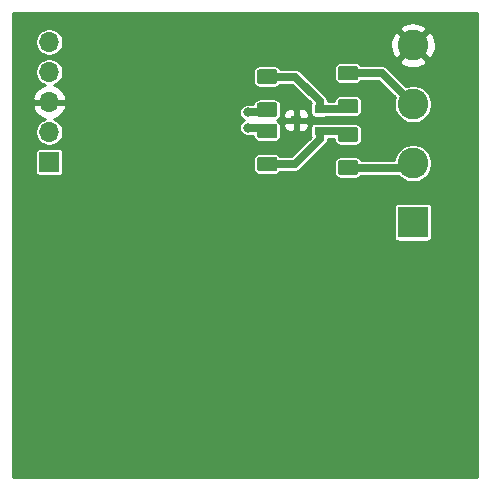
<source format=gbr>
G04 #@! TF.GenerationSoftware,KiCad,Pcbnew,(5.1.5)-3*
G04 #@! TF.CreationDate,2020-03-21T18:19:31+03:00*
G04 #@! TF.ProjectId,CAN+Power v0.1,43414e2b-506f-4776-9572-2076302e312e,rev?*
G04 #@! TF.SameCoordinates,Original*
G04 #@! TF.FileFunction,Copper,L2,Bot*
G04 #@! TF.FilePolarity,Positive*
%FSLAX46Y46*%
G04 Gerber Fmt 4.6, Leading zero omitted, Abs format (unit mm)*
G04 Created by KiCad (PCBNEW (5.1.5)-3) date 2020-03-21 18:19:31*
%MOMM*%
%LPD*%
G04 APERTURE LIST*
%ADD10C,0.100000*%
%ADD11R,0.900000X0.800000*%
%ADD12O,1.700000X1.700000*%
%ADD13R,1.700000X1.700000*%
%ADD14C,2.600000*%
%ADD15R,2.600000X2.600000*%
%ADD16C,0.800000*%
%ADD17C,0.700000*%
%ADD18C,0.250000*%
%ADD19C,0.500000*%
%ADD20C,0.254000*%
G04 APERTURE END LIST*
G04 #@! TA.AperFunction,SMDPad,CuDef*
D10*
G36*
X149349504Y-87836204D02*
G01*
X149373773Y-87839804D01*
X149397571Y-87845765D01*
X149420671Y-87854030D01*
X149442849Y-87864520D01*
X149463893Y-87877133D01*
X149483598Y-87891747D01*
X149501777Y-87908223D01*
X149518253Y-87926402D01*
X149532867Y-87946107D01*
X149545480Y-87967151D01*
X149555970Y-87989329D01*
X149564235Y-88012429D01*
X149570196Y-88036227D01*
X149573796Y-88060496D01*
X149575000Y-88085000D01*
X149575000Y-88835000D01*
X149573796Y-88859504D01*
X149570196Y-88883773D01*
X149564235Y-88907571D01*
X149555970Y-88930671D01*
X149545480Y-88952849D01*
X149532867Y-88973893D01*
X149518253Y-88993598D01*
X149501777Y-89011777D01*
X149483598Y-89028253D01*
X149463893Y-89042867D01*
X149442849Y-89055480D01*
X149420671Y-89065970D01*
X149397571Y-89074235D01*
X149373773Y-89080196D01*
X149349504Y-89083796D01*
X149325000Y-89085000D01*
X148075000Y-89085000D01*
X148050496Y-89083796D01*
X148026227Y-89080196D01*
X148002429Y-89074235D01*
X147979329Y-89065970D01*
X147957151Y-89055480D01*
X147936107Y-89042867D01*
X147916402Y-89028253D01*
X147898223Y-89011777D01*
X147881747Y-88993598D01*
X147867133Y-88973893D01*
X147854520Y-88952849D01*
X147844030Y-88930671D01*
X147835765Y-88907571D01*
X147829804Y-88883773D01*
X147826204Y-88859504D01*
X147825000Y-88835000D01*
X147825000Y-88085000D01*
X147826204Y-88060496D01*
X147829804Y-88036227D01*
X147835765Y-88012429D01*
X147844030Y-87989329D01*
X147854520Y-87967151D01*
X147867133Y-87946107D01*
X147881747Y-87926402D01*
X147898223Y-87908223D01*
X147916402Y-87891747D01*
X147936107Y-87877133D01*
X147957151Y-87864520D01*
X147979329Y-87854030D01*
X148002429Y-87845765D01*
X148026227Y-87839804D01*
X148050496Y-87836204D01*
X148075000Y-87835000D01*
X149325000Y-87835000D01*
X149349504Y-87836204D01*
G37*
G04 #@! TD.AperFunction*
G04 #@! TA.AperFunction,SMDPad,CuDef*
G36*
X149349504Y-85036204D02*
G01*
X149373773Y-85039804D01*
X149397571Y-85045765D01*
X149420671Y-85054030D01*
X149442849Y-85064520D01*
X149463893Y-85077133D01*
X149483598Y-85091747D01*
X149501777Y-85108223D01*
X149518253Y-85126402D01*
X149532867Y-85146107D01*
X149545480Y-85167151D01*
X149555970Y-85189329D01*
X149564235Y-85212429D01*
X149570196Y-85236227D01*
X149573796Y-85260496D01*
X149575000Y-85285000D01*
X149575000Y-86035000D01*
X149573796Y-86059504D01*
X149570196Y-86083773D01*
X149564235Y-86107571D01*
X149555970Y-86130671D01*
X149545480Y-86152849D01*
X149532867Y-86173893D01*
X149518253Y-86193598D01*
X149501777Y-86211777D01*
X149483598Y-86228253D01*
X149463893Y-86242867D01*
X149442849Y-86255480D01*
X149420671Y-86265970D01*
X149397571Y-86274235D01*
X149373773Y-86280196D01*
X149349504Y-86283796D01*
X149325000Y-86285000D01*
X148075000Y-86285000D01*
X148050496Y-86283796D01*
X148026227Y-86280196D01*
X148002429Y-86274235D01*
X147979329Y-86265970D01*
X147957151Y-86255480D01*
X147936107Y-86242867D01*
X147916402Y-86228253D01*
X147898223Y-86211777D01*
X147881747Y-86193598D01*
X147867133Y-86173893D01*
X147854520Y-86152849D01*
X147844030Y-86130671D01*
X147835765Y-86107571D01*
X147829804Y-86083773D01*
X147826204Y-86059504D01*
X147825000Y-86035000D01*
X147825000Y-85285000D01*
X147826204Y-85260496D01*
X147829804Y-85236227D01*
X147835765Y-85212429D01*
X147844030Y-85189329D01*
X147854520Y-85167151D01*
X147867133Y-85146107D01*
X147881747Y-85126402D01*
X147898223Y-85108223D01*
X147916402Y-85091747D01*
X147936107Y-85077133D01*
X147957151Y-85064520D01*
X147979329Y-85054030D01*
X148002429Y-85045765D01*
X148026227Y-85039804D01*
X148050496Y-85036204D01*
X148075000Y-85035000D01*
X149325000Y-85035000D01*
X149349504Y-85036204D01*
G37*
G04 #@! TD.AperFunction*
G04 #@! TA.AperFunction,SMDPad,CuDef*
G36*
X149349504Y-82636204D02*
G01*
X149373773Y-82639804D01*
X149397571Y-82645765D01*
X149420671Y-82654030D01*
X149442849Y-82664520D01*
X149463893Y-82677133D01*
X149483598Y-82691747D01*
X149501777Y-82708223D01*
X149518253Y-82726402D01*
X149532867Y-82746107D01*
X149545480Y-82767151D01*
X149555970Y-82789329D01*
X149564235Y-82812429D01*
X149570196Y-82836227D01*
X149573796Y-82860496D01*
X149575000Y-82885000D01*
X149575000Y-83635000D01*
X149573796Y-83659504D01*
X149570196Y-83683773D01*
X149564235Y-83707571D01*
X149555970Y-83730671D01*
X149545480Y-83752849D01*
X149532867Y-83773893D01*
X149518253Y-83793598D01*
X149501777Y-83811777D01*
X149483598Y-83828253D01*
X149463893Y-83842867D01*
X149442849Y-83855480D01*
X149420671Y-83865970D01*
X149397571Y-83874235D01*
X149373773Y-83880196D01*
X149349504Y-83883796D01*
X149325000Y-83885000D01*
X148075000Y-83885000D01*
X148050496Y-83883796D01*
X148026227Y-83880196D01*
X148002429Y-83874235D01*
X147979329Y-83865970D01*
X147957151Y-83855480D01*
X147936107Y-83842867D01*
X147916402Y-83828253D01*
X147898223Y-83811777D01*
X147881747Y-83793598D01*
X147867133Y-83773893D01*
X147854520Y-83752849D01*
X147844030Y-83730671D01*
X147835765Y-83707571D01*
X147829804Y-83683773D01*
X147826204Y-83659504D01*
X147825000Y-83635000D01*
X147825000Y-82885000D01*
X147826204Y-82860496D01*
X147829804Y-82836227D01*
X147835765Y-82812429D01*
X147844030Y-82789329D01*
X147854520Y-82767151D01*
X147867133Y-82746107D01*
X147881747Y-82726402D01*
X147898223Y-82708223D01*
X147916402Y-82691747D01*
X147936107Y-82677133D01*
X147957151Y-82664520D01*
X147979329Y-82654030D01*
X148002429Y-82645765D01*
X148026227Y-82639804D01*
X148050496Y-82636204D01*
X148075000Y-82635000D01*
X149325000Y-82635000D01*
X149349504Y-82636204D01*
G37*
G04 #@! TD.AperFunction*
G04 #@! TA.AperFunction,SMDPad,CuDef*
G36*
X149349504Y-79836204D02*
G01*
X149373773Y-79839804D01*
X149397571Y-79845765D01*
X149420671Y-79854030D01*
X149442849Y-79864520D01*
X149463893Y-79877133D01*
X149483598Y-79891747D01*
X149501777Y-79908223D01*
X149518253Y-79926402D01*
X149532867Y-79946107D01*
X149545480Y-79967151D01*
X149555970Y-79989329D01*
X149564235Y-80012429D01*
X149570196Y-80036227D01*
X149573796Y-80060496D01*
X149575000Y-80085000D01*
X149575000Y-80835000D01*
X149573796Y-80859504D01*
X149570196Y-80883773D01*
X149564235Y-80907571D01*
X149555970Y-80930671D01*
X149545480Y-80952849D01*
X149532867Y-80973893D01*
X149518253Y-80993598D01*
X149501777Y-81011777D01*
X149483598Y-81028253D01*
X149463893Y-81042867D01*
X149442849Y-81055480D01*
X149420671Y-81065970D01*
X149397571Y-81074235D01*
X149373773Y-81080196D01*
X149349504Y-81083796D01*
X149325000Y-81085000D01*
X148075000Y-81085000D01*
X148050496Y-81083796D01*
X148026227Y-81080196D01*
X148002429Y-81074235D01*
X147979329Y-81065970D01*
X147957151Y-81055480D01*
X147936107Y-81042867D01*
X147916402Y-81028253D01*
X147898223Y-81011777D01*
X147881747Y-80993598D01*
X147867133Y-80973893D01*
X147854520Y-80952849D01*
X147844030Y-80930671D01*
X147835765Y-80907571D01*
X147829804Y-80883773D01*
X147826204Y-80859504D01*
X147825000Y-80835000D01*
X147825000Y-80085000D01*
X147826204Y-80060496D01*
X147829804Y-80036227D01*
X147835765Y-80012429D01*
X147844030Y-79989329D01*
X147854520Y-79967151D01*
X147867133Y-79946107D01*
X147881747Y-79926402D01*
X147898223Y-79908223D01*
X147916402Y-79891747D01*
X147936107Y-79877133D01*
X147957151Y-79864520D01*
X147979329Y-79854030D01*
X148002429Y-79845765D01*
X148026227Y-79839804D01*
X148050496Y-79836204D01*
X148075000Y-79835000D01*
X149325000Y-79835000D01*
X149349504Y-79836204D01*
G37*
G04 #@! TD.AperFunction*
D11*
X144300000Y-84450000D03*
X146300000Y-85400000D03*
X146300000Y-83500000D03*
G04 #@! TA.AperFunction,SMDPad,CuDef*
D10*
G36*
X142499504Y-84736204D02*
G01*
X142523773Y-84739804D01*
X142547571Y-84745765D01*
X142570671Y-84754030D01*
X142592849Y-84764520D01*
X142613893Y-84777133D01*
X142633598Y-84791747D01*
X142651777Y-84808223D01*
X142668253Y-84826402D01*
X142682867Y-84846107D01*
X142695480Y-84867151D01*
X142705970Y-84889329D01*
X142714235Y-84912429D01*
X142720196Y-84936227D01*
X142723796Y-84960496D01*
X142725000Y-84985000D01*
X142725000Y-85735000D01*
X142723796Y-85759504D01*
X142720196Y-85783773D01*
X142714235Y-85807571D01*
X142705970Y-85830671D01*
X142695480Y-85852849D01*
X142682867Y-85873893D01*
X142668253Y-85893598D01*
X142651777Y-85911777D01*
X142633598Y-85928253D01*
X142613893Y-85942867D01*
X142592849Y-85955480D01*
X142570671Y-85965970D01*
X142547571Y-85974235D01*
X142523773Y-85980196D01*
X142499504Y-85983796D01*
X142475000Y-85985000D01*
X141225000Y-85985000D01*
X141200496Y-85983796D01*
X141176227Y-85980196D01*
X141152429Y-85974235D01*
X141129329Y-85965970D01*
X141107151Y-85955480D01*
X141086107Y-85942867D01*
X141066402Y-85928253D01*
X141048223Y-85911777D01*
X141031747Y-85893598D01*
X141017133Y-85873893D01*
X141004520Y-85852849D01*
X140994030Y-85830671D01*
X140985765Y-85807571D01*
X140979804Y-85783773D01*
X140976204Y-85759504D01*
X140975000Y-85735000D01*
X140975000Y-84985000D01*
X140976204Y-84960496D01*
X140979804Y-84936227D01*
X140985765Y-84912429D01*
X140994030Y-84889329D01*
X141004520Y-84867151D01*
X141017133Y-84846107D01*
X141031747Y-84826402D01*
X141048223Y-84808223D01*
X141066402Y-84791747D01*
X141086107Y-84777133D01*
X141107151Y-84764520D01*
X141129329Y-84754030D01*
X141152429Y-84745765D01*
X141176227Y-84739804D01*
X141200496Y-84736204D01*
X141225000Y-84735000D01*
X142475000Y-84735000D01*
X142499504Y-84736204D01*
G37*
G04 #@! TD.AperFunction*
G04 #@! TA.AperFunction,SMDPad,CuDef*
G36*
X142499504Y-87536204D02*
G01*
X142523773Y-87539804D01*
X142547571Y-87545765D01*
X142570671Y-87554030D01*
X142592849Y-87564520D01*
X142613893Y-87577133D01*
X142633598Y-87591747D01*
X142651777Y-87608223D01*
X142668253Y-87626402D01*
X142682867Y-87646107D01*
X142695480Y-87667151D01*
X142705970Y-87689329D01*
X142714235Y-87712429D01*
X142720196Y-87736227D01*
X142723796Y-87760496D01*
X142725000Y-87785000D01*
X142725000Y-88535000D01*
X142723796Y-88559504D01*
X142720196Y-88583773D01*
X142714235Y-88607571D01*
X142705970Y-88630671D01*
X142695480Y-88652849D01*
X142682867Y-88673893D01*
X142668253Y-88693598D01*
X142651777Y-88711777D01*
X142633598Y-88728253D01*
X142613893Y-88742867D01*
X142592849Y-88755480D01*
X142570671Y-88765970D01*
X142547571Y-88774235D01*
X142523773Y-88780196D01*
X142499504Y-88783796D01*
X142475000Y-88785000D01*
X141225000Y-88785000D01*
X141200496Y-88783796D01*
X141176227Y-88780196D01*
X141152429Y-88774235D01*
X141129329Y-88765970D01*
X141107151Y-88755480D01*
X141086107Y-88742867D01*
X141066402Y-88728253D01*
X141048223Y-88711777D01*
X141031747Y-88693598D01*
X141017133Y-88673893D01*
X141004520Y-88652849D01*
X140994030Y-88630671D01*
X140985765Y-88607571D01*
X140979804Y-88583773D01*
X140976204Y-88559504D01*
X140975000Y-88535000D01*
X140975000Y-87785000D01*
X140976204Y-87760496D01*
X140979804Y-87736227D01*
X140985765Y-87712429D01*
X140994030Y-87689329D01*
X141004520Y-87667151D01*
X141017133Y-87646107D01*
X141031747Y-87626402D01*
X141048223Y-87608223D01*
X141066402Y-87591747D01*
X141086107Y-87577133D01*
X141107151Y-87564520D01*
X141129329Y-87554030D01*
X141152429Y-87545765D01*
X141176227Y-87539804D01*
X141200496Y-87536204D01*
X141225000Y-87535000D01*
X142475000Y-87535000D01*
X142499504Y-87536204D01*
G37*
G04 #@! TD.AperFunction*
G04 #@! TA.AperFunction,SMDPad,CuDef*
G36*
X142499504Y-80136204D02*
G01*
X142523773Y-80139804D01*
X142547571Y-80145765D01*
X142570671Y-80154030D01*
X142592849Y-80164520D01*
X142613893Y-80177133D01*
X142633598Y-80191747D01*
X142651777Y-80208223D01*
X142668253Y-80226402D01*
X142682867Y-80246107D01*
X142695480Y-80267151D01*
X142705970Y-80289329D01*
X142714235Y-80312429D01*
X142720196Y-80336227D01*
X142723796Y-80360496D01*
X142725000Y-80385000D01*
X142725000Y-81135000D01*
X142723796Y-81159504D01*
X142720196Y-81183773D01*
X142714235Y-81207571D01*
X142705970Y-81230671D01*
X142695480Y-81252849D01*
X142682867Y-81273893D01*
X142668253Y-81293598D01*
X142651777Y-81311777D01*
X142633598Y-81328253D01*
X142613893Y-81342867D01*
X142592849Y-81355480D01*
X142570671Y-81365970D01*
X142547571Y-81374235D01*
X142523773Y-81380196D01*
X142499504Y-81383796D01*
X142475000Y-81385000D01*
X141225000Y-81385000D01*
X141200496Y-81383796D01*
X141176227Y-81380196D01*
X141152429Y-81374235D01*
X141129329Y-81365970D01*
X141107151Y-81355480D01*
X141086107Y-81342867D01*
X141066402Y-81328253D01*
X141048223Y-81311777D01*
X141031747Y-81293598D01*
X141017133Y-81273893D01*
X141004520Y-81252849D01*
X140994030Y-81230671D01*
X140985765Y-81207571D01*
X140979804Y-81183773D01*
X140976204Y-81159504D01*
X140975000Y-81135000D01*
X140975000Y-80385000D01*
X140976204Y-80360496D01*
X140979804Y-80336227D01*
X140985765Y-80312429D01*
X140994030Y-80289329D01*
X141004520Y-80267151D01*
X141017133Y-80246107D01*
X141031747Y-80226402D01*
X141048223Y-80208223D01*
X141066402Y-80191747D01*
X141086107Y-80177133D01*
X141107151Y-80164520D01*
X141129329Y-80154030D01*
X141152429Y-80145765D01*
X141176227Y-80139804D01*
X141200496Y-80136204D01*
X141225000Y-80135000D01*
X142475000Y-80135000D01*
X142499504Y-80136204D01*
G37*
G04 #@! TD.AperFunction*
G04 #@! TA.AperFunction,SMDPad,CuDef*
G36*
X142499504Y-82936204D02*
G01*
X142523773Y-82939804D01*
X142547571Y-82945765D01*
X142570671Y-82954030D01*
X142592849Y-82964520D01*
X142613893Y-82977133D01*
X142633598Y-82991747D01*
X142651777Y-83008223D01*
X142668253Y-83026402D01*
X142682867Y-83046107D01*
X142695480Y-83067151D01*
X142705970Y-83089329D01*
X142714235Y-83112429D01*
X142720196Y-83136227D01*
X142723796Y-83160496D01*
X142725000Y-83185000D01*
X142725000Y-83935000D01*
X142723796Y-83959504D01*
X142720196Y-83983773D01*
X142714235Y-84007571D01*
X142705970Y-84030671D01*
X142695480Y-84052849D01*
X142682867Y-84073893D01*
X142668253Y-84093598D01*
X142651777Y-84111777D01*
X142633598Y-84128253D01*
X142613893Y-84142867D01*
X142592849Y-84155480D01*
X142570671Y-84165970D01*
X142547571Y-84174235D01*
X142523773Y-84180196D01*
X142499504Y-84183796D01*
X142475000Y-84185000D01*
X141225000Y-84185000D01*
X141200496Y-84183796D01*
X141176227Y-84180196D01*
X141152429Y-84174235D01*
X141129329Y-84165970D01*
X141107151Y-84155480D01*
X141086107Y-84142867D01*
X141066402Y-84128253D01*
X141048223Y-84111777D01*
X141031747Y-84093598D01*
X141017133Y-84073893D01*
X141004520Y-84052849D01*
X140994030Y-84030671D01*
X140985765Y-84007571D01*
X140979804Y-83983773D01*
X140976204Y-83959504D01*
X140975000Y-83935000D01*
X140975000Y-83185000D01*
X140976204Y-83160496D01*
X140979804Y-83136227D01*
X140985765Y-83112429D01*
X140994030Y-83089329D01*
X141004520Y-83067151D01*
X141017133Y-83046107D01*
X141031747Y-83026402D01*
X141048223Y-83008223D01*
X141066402Y-82991747D01*
X141086107Y-82977133D01*
X141107151Y-82964520D01*
X141129329Y-82954030D01*
X141152429Y-82945765D01*
X141176227Y-82939804D01*
X141200496Y-82936204D01*
X141225000Y-82935000D01*
X142475000Y-82935000D01*
X142499504Y-82936204D01*
G37*
G04 #@! TD.AperFunction*
D12*
X123400000Y-77840000D03*
X123400000Y-80380000D03*
X123400000Y-82920000D03*
X123400000Y-85460000D03*
D13*
X123400000Y-88000000D03*
D14*
X154200000Y-78100000D03*
X154200000Y-83100000D03*
X154200000Y-88100000D03*
D15*
X154200000Y-93100000D03*
D16*
X140200000Y-83800000D03*
X140200000Y-85100000D03*
X145200000Y-97800000D03*
X152550000Y-112800000D03*
X136000000Y-109200000D03*
X142650000Y-109250000D03*
X157800000Y-107600000D03*
X158100000Y-102450000D03*
D17*
X146300000Y-86050000D02*
X146300000Y-85400000D01*
X144190000Y-88160000D02*
X146300000Y-86050000D01*
X141850000Y-88160000D02*
X144190000Y-88160000D01*
X146300000Y-82850000D02*
X146300000Y-83500000D01*
X144210000Y-80760000D02*
X146300000Y-82850000D01*
X141850000Y-80760000D02*
X144210000Y-80760000D01*
D18*
X144210000Y-80760000D02*
X144450000Y-81000000D01*
X148460000Y-83500000D02*
X148700000Y-83260000D01*
D17*
X146300000Y-83500000D02*
X148460000Y-83500000D01*
D18*
X148440000Y-85400000D02*
X148700000Y-85660000D01*
D17*
X146300000Y-85400000D02*
X148440000Y-85400000D01*
D19*
X141580000Y-83830000D02*
X141850000Y-83560000D01*
D18*
X141555000Y-83855000D02*
X141850000Y-83560000D01*
D17*
X141790000Y-85100000D02*
X140400000Y-85100000D01*
X140400000Y-83800000D02*
X141790000Y-83800000D01*
D18*
X144150000Y-84600000D02*
X144300000Y-84450000D01*
X153840000Y-88460000D02*
X154200000Y-88100000D01*
D17*
X148700000Y-88460000D02*
X153840000Y-88460000D01*
X151560000Y-80460000D02*
X148700000Y-80460000D01*
X154200000Y-83100000D02*
X151560000Y-80460000D01*
D20*
G36*
X159648001Y-114648000D02*
G01*
X120352000Y-114648000D01*
X120352000Y-91800000D01*
X152571418Y-91800000D01*
X152571418Y-94400000D01*
X152577732Y-94464103D01*
X152596430Y-94525743D01*
X152626794Y-94582550D01*
X152667657Y-94632343D01*
X152717450Y-94673206D01*
X152774257Y-94703570D01*
X152835897Y-94722268D01*
X152900000Y-94728582D01*
X155500000Y-94728582D01*
X155564103Y-94722268D01*
X155625743Y-94703570D01*
X155682550Y-94673206D01*
X155732343Y-94632343D01*
X155773206Y-94582550D01*
X155803570Y-94525743D01*
X155822268Y-94464103D01*
X155828582Y-94400000D01*
X155828582Y-91800000D01*
X155822268Y-91735897D01*
X155803570Y-91674257D01*
X155773206Y-91617450D01*
X155732343Y-91567657D01*
X155682550Y-91526794D01*
X155625743Y-91496430D01*
X155564103Y-91477732D01*
X155500000Y-91471418D01*
X152900000Y-91471418D01*
X152835897Y-91477732D01*
X152774257Y-91496430D01*
X152717450Y-91526794D01*
X152667657Y-91567657D01*
X152626794Y-91617450D01*
X152596430Y-91674257D01*
X152577732Y-91735897D01*
X152571418Y-91800000D01*
X120352000Y-91800000D01*
X120352000Y-87150000D01*
X122221418Y-87150000D01*
X122221418Y-88850000D01*
X122227732Y-88914103D01*
X122246430Y-88975743D01*
X122276794Y-89032550D01*
X122317657Y-89082343D01*
X122367450Y-89123206D01*
X122424257Y-89153570D01*
X122485897Y-89172268D01*
X122550000Y-89178582D01*
X124250000Y-89178582D01*
X124314103Y-89172268D01*
X124375743Y-89153570D01*
X124432550Y-89123206D01*
X124482343Y-89082343D01*
X124523206Y-89032550D01*
X124553570Y-88975743D01*
X124572268Y-88914103D01*
X124578582Y-88850000D01*
X124578582Y-87785000D01*
X140646418Y-87785000D01*
X140646418Y-88535000D01*
X140657535Y-88647876D01*
X140690460Y-88756414D01*
X140743927Y-88856443D01*
X140815881Y-88944119D01*
X140903557Y-89016073D01*
X141003586Y-89069540D01*
X141112124Y-89102465D01*
X141225000Y-89113582D01*
X142475000Y-89113582D01*
X142587876Y-89102465D01*
X142696414Y-89069540D01*
X142796443Y-89016073D01*
X142884119Y-88944119D01*
X142956073Y-88856443D01*
X142966466Y-88837000D01*
X144156755Y-88837000D01*
X144190000Y-88840274D01*
X144223245Y-88837000D01*
X144223252Y-88837000D01*
X144322715Y-88827204D01*
X144450330Y-88788492D01*
X144567941Y-88725628D01*
X144671027Y-88641027D01*
X144692226Y-88615196D01*
X145222422Y-88085000D01*
X147496418Y-88085000D01*
X147496418Y-88835000D01*
X147507535Y-88947876D01*
X147540460Y-89056414D01*
X147593927Y-89156443D01*
X147665881Y-89244119D01*
X147753557Y-89316073D01*
X147853586Y-89369540D01*
X147962124Y-89402465D01*
X148075000Y-89413582D01*
X149325000Y-89413582D01*
X149437876Y-89402465D01*
X149546414Y-89369540D01*
X149646443Y-89316073D01*
X149734119Y-89244119D01*
X149806073Y-89156443D01*
X149816466Y-89137000D01*
X152936125Y-89137000D01*
X152936227Y-89137152D01*
X153162848Y-89363773D01*
X153429327Y-89541828D01*
X153725422Y-89664475D01*
X154039755Y-89727000D01*
X154360245Y-89727000D01*
X154674578Y-89664475D01*
X154970673Y-89541828D01*
X155237152Y-89363773D01*
X155463773Y-89137152D01*
X155641828Y-88870673D01*
X155764475Y-88574578D01*
X155827000Y-88260245D01*
X155827000Y-87939755D01*
X155764475Y-87625422D01*
X155641828Y-87329327D01*
X155463773Y-87062848D01*
X155237152Y-86836227D01*
X154970673Y-86658172D01*
X154674578Y-86535525D01*
X154360245Y-86473000D01*
X154039755Y-86473000D01*
X153725422Y-86535525D01*
X153429327Y-86658172D01*
X153162848Y-86836227D01*
X152936227Y-87062848D01*
X152758172Y-87329327D01*
X152635525Y-87625422D01*
X152604181Y-87783000D01*
X149816466Y-87783000D01*
X149806073Y-87763557D01*
X149734119Y-87675881D01*
X149646443Y-87603927D01*
X149546414Y-87550460D01*
X149437876Y-87517535D01*
X149325000Y-87506418D01*
X148075000Y-87506418D01*
X147962124Y-87517535D01*
X147853586Y-87550460D01*
X147753557Y-87603927D01*
X147665881Y-87675881D01*
X147593927Y-87763557D01*
X147540460Y-87863586D01*
X147507535Y-87972124D01*
X147496418Y-88085000D01*
X145222422Y-88085000D01*
X146755206Y-86552217D01*
X146781026Y-86531027D01*
X146802218Y-86505205D01*
X146802224Y-86505199D01*
X146865628Y-86427941D01*
X146928492Y-86310330D01*
X146967204Y-86182715D01*
X146977616Y-86077000D01*
X147500555Y-86077000D01*
X147507535Y-86147876D01*
X147540460Y-86256414D01*
X147593927Y-86356443D01*
X147665881Y-86444119D01*
X147753557Y-86516073D01*
X147853586Y-86569540D01*
X147962124Y-86602465D01*
X148075000Y-86613582D01*
X149325000Y-86613582D01*
X149437876Y-86602465D01*
X149546414Y-86569540D01*
X149646443Y-86516073D01*
X149734119Y-86444119D01*
X149806073Y-86356443D01*
X149859540Y-86256414D01*
X149892465Y-86147876D01*
X149903582Y-86035000D01*
X149903582Y-85285000D01*
X149892465Y-85172124D01*
X149859540Y-85063586D01*
X149806073Y-84963557D01*
X149734119Y-84875881D01*
X149646443Y-84803927D01*
X149546414Y-84750460D01*
X149437876Y-84717535D01*
X149325000Y-84706418D01*
X148075000Y-84706418D01*
X147962124Y-84717535D01*
X147944109Y-84723000D01*
X146925452Y-84723000D01*
X146875743Y-84696430D01*
X146814103Y-84677732D01*
X146750000Y-84671418D01*
X145850000Y-84671418D01*
X145785897Y-84677732D01*
X145724257Y-84696430D01*
X145667450Y-84726794D01*
X145617657Y-84767657D01*
X145576794Y-84817450D01*
X145546430Y-84874257D01*
X145527732Y-84935897D01*
X145521418Y-85000000D01*
X145521418Y-85800000D01*
X145527732Y-85864103D01*
X145527905Y-85864672D01*
X143909578Y-87483000D01*
X142966466Y-87483000D01*
X142956073Y-87463557D01*
X142884119Y-87375881D01*
X142796443Y-87303927D01*
X142696414Y-87250460D01*
X142587876Y-87217535D01*
X142475000Y-87206418D01*
X141225000Y-87206418D01*
X141112124Y-87217535D01*
X141003586Y-87250460D01*
X140903557Y-87303927D01*
X140815881Y-87375881D01*
X140743927Y-87463557D01*
X140690460Y-87563586D01*
X140657535Y-87672124D01*
X140646418Y-87785000D01*
X124578582Y-87785000D01*
X124578582Y-87150000D01*
X124572268Y-87085897D01*
X124553570Y-87024257D01*
X124523206Y-86967450D01*
X124482343Y-86917657D01*
X124432550Y-86876794D01*
X124375743Y-86846430D01*
X124314103Y-86827732D01*
X124250000Y-86821418D01*
X122550000Y-86821418D01*
X122485897Y-86827732D01*
X122424257Y-86846430D01*
X122367450Y-86876794D01*
X122317657Y-86917657D01*
X122276794Y-86967450D01*
X122246430Y-87024257D01*
X122227732Y-87085897D01*
X122221418Y-87150000D01*
X120352000Y-87150000D01*
X120352000Y-83276890D01*
X121958524Y-83276890D01*
X122003175Y-83424099D01*
X122128359Y-83686920D01*
X122302412Y-83920269D01*
X122518645Y-84115178D01*
X122768748Y-84264157D01*
X123007179Y-84348736D01*
X122842481Y-84416956D01*
X122649706Y-84545764D01*
X122485764Y-84709706D01*
X122356956Y-84902481D01*
X122268231Y-85116682D01*
X122223000Y-85344076D01*
X122223000Y-85575924D01*
X122268231Y-85803318D01*
X122356956Y-86017519D01*
X122485764Y-86210294D01*
X122649706Y-86374236D01*
X122842481Y-86503044D01*
X123056682Y-86591769D01*
X123284076Y-86637000D01*
X123515924Y-86637000D01*
X123743318Y-86591769D01*
X123957519Y-86503044D01*
X124150294Y-86374236D01*
X124314236Y-86210294D01*
X124443044Y-86017519D01*
X124531769Y-85803318D01*
X124577000Y-85575924D01*
X124577000Y-85344076D01*
X124531769Y-85116682D01*
X124443044Y-84902481D01*
X124314236Y-84709706D01*
X124150294Y-84545764D01*
X123957519Y-84416956D01*
X123792821Y-84348736D01*
X124031252Y-84264157D01*
X124281355Y-84115178D01*
X124497588Y-83920269D01*
X124640703Y-83728397D01*
X139473000Y-83728397D01*
X139473000Y-83871603D01*
X139500938Y-84012058D01*
X139555741Y-84144364D01*
X139635302Y-84263436D01*
X139736564Y-84364698D01*
X139855636Y-84444259D01*
X139869496Y-84450000D01*
X139855636Y-84455741D01*
X139736564Y-84535302D01*
X139635302Y-84636564D01*
X139555741Y-84755636D01*
X139500938Y-84887942D01*
X139473000Y-85028397D01*
X139473000Y-85171603D01*
X139500938Y-85312058D01*
X139555741Y-85444364D01*
X139635302Y-85563436D01*
X139736564Y-85664698D01*
X139855636Y-85744259D01*
X139987942Y-85799062D01*
X140128397Y-85827000D01*
X140271603Y-85827000D01*
X140412058Y-85799062D01*
X140465320Y-85777000D01*
X140650555Y-85777000D01*
X140657535Y-85847876D01*
X140690460Y-85956414D01*
X140743927Y-86056443D01*
X140815881Y-86144119D01*
X140903557Y-86216073D01*
X141003586Y-86269540D01*
X141112124Y-86302465D01*
X141225000Y-86313582D01*
X142475000Y-86313582D01*
X142587876Y-86302465D01*
X142696414Y-86269540D01*
X142796443Y-86216073D01*
X142884119Y-86144119D01*
X142956073Y-86056443D01*
X143009540Y-85956414D01*
X143042465Y-85847876D01*
X143053582Y-85735000D01*
X143053582Y-84985000D01*
X143042465Y-84872124D01*
X143035754Y-84850000D01*
X143211928Y-84850000D01*
X143224188Y-84974482D01*
X143260498Y-85094180D01*
X143319463Y-85204494D01*
X143398815Y-85301185D01*
X143495506Y-85380537D01*
X143605820Y-85439502D01*
X143725518Y-85475812D01*
X143850000Y-85488072D01*
X144014250Y-85485000D01*
X144173000Y-85326250D01*
X144173000Y-84577000D01*
X144427000Y-84577000D01*
X144427000Y-85326250D01*
X144585750Y-85485000D01*
X144750000Y-85488072D01*
X144874482Y-85475812D01*
X144994180Y-85439502D01*
X145104494Y-85380537D01*
X145201185Y-85301185D01*
X145280537Y-85204494D01*
X145339502Y-85094180D01*
X145375812Y-84974482D01*
X145388072Y-84850000D01*
X145385000Y-84735750D01*
X145226250Y-84577000D01*
X144427000Y-84577000D01*
X144173000Y-84577000D01*
X143373750Y-84577000D01*
X143215000Y-84735750D01*
X143211928Y-84850000D01*
X143035754Y-84850000D01*
X143009540Y-84763586D01*
X142956073Y-84663557D01*
X142884119Y-84575881D01*
X142796443Y-84503927D01*
X142714262Y-84460000D01*
X142796443Y-84416073D01*
X142884119Y-84344119D01*
X142956073Y-84256443D01*
X143009540Y-84156414D01*
X143041820Y-84050000D01*
X143211928Y-84050000D01*
X143215000Y-84164250D01*
X143373750Y-84323000D01*
X144173000Y-84323000D01*
X144173000Y-83573750D01*
X144427000Y-83573750D01*
X144427000Y-84323000D01*
X145226250Y-84323000D01*
X145385000Y-84164250D01*
X145388072Y-84050000D01*
X145375812Y-83925518D01*
X145339502Y-83805820D01*
X145280537Y-83695506D01*
X145201185Y-83598815D01*
X145104494Y-83519463D01*
X144994180Y-83460498D01*
X144874482Y-83424188D01*
X144750000Y-83411928D01*
X144585750Y-83415000D01*
X144427000Y-83573750D01*
X144173000Y-83573750D01*
X144014250Y-83415000D01*
X143850000Y-83411928D01*
X143725518Y-83424188D01*
X143605820Y-83460498D01*
X143495506Y-83519463D01*
X143398815Y-83598815D01*
X143319463Y-83695506D01*
X143260498Y-83805820D01*
X143224188Y-83925518D01*
X143211928Y-84050000D01*
X143041820Y-84050000D01*
X143042465Y-84047876D01*
X143053582Y-83935000D01*
X143053582Y-83185000D01*
X143042465Y-83072124D01*
X143009540Y-82963586D01*
X142956073Y-82863557D01*
X142884119Y-82775881D01*
X142796443Y-82703927D01*
X142696414Y-82650460D01*
X142587876Y-82617535D01*
X142475000Y-82606418D01*
X141225000Y-82606418D01*
X141112124Y-82617535D01*
X141003586Y-82650460D01*
X140903557Y-82703927D01*
X140815881Y-82775881D01*
X140743927Y-82863557D01*
X140690460Y-82963586D01*
X140657535Y-83072124D01*
X140652524Y-83123000D01*
X140465320Y-83123000D01*
X140412058Y-83100938D01*
X140271603Y-83073000D01*
X140128397Y-83073000D01*
X139987942Y-83100938D01*
X139855636Y-83155741D01*
X139736564Y-83235302D01*
X139635302Y-83336564D01*
X139555741Y-83455636D01*
X139500938Y-83587942D01*
X139473000Y-83728397D01*
X124640703Y-83728397D01*
X124671641Y-83686920D01*
X124796825Y-83424099D01*
X124841476Y-83276890D01*
X124720155Y-83047000D01*
X123527000Y-83047000D01*
X123527000Y-83067000D01*
X123273000Y-83067000D01*
X123273000Y-83047000D01*
X122079845Y-83047000D01*
X121958524Y-83276890D01*
X120352000Y-83276890D01*
X120352000Y-82563110D01*
X121958524Y-82563110D01*
X122079845Y-82793000D01*
X123273000Y-82793000D01*
X123273000Y-82773000D01*
X123527000Y-82773000D01*
X123527000Y-82793000D01*
X124720155Y-82793000D01*
X124841476Y-82563110D01*
X124796825Y-82415901D01*
X124671641Y-82153080D01*
X124497588Y-81919731D01*
X124281355Y-81724822D01*
X124031252Y-81575843D01*
X123792821Y-81491264D01*
X123957519Y-81423044D01*
X124150294Y-81294236D01*
X124314236Y-81130294D01*
X124443044Y-80937519D01*
X124531769Y-80723318D01*
X124577000Y-80495924D01*
X124577000Y-80385000D01*
X140646418Y-80385000D01*
X140646418Y-81135000D01*
X140657535Y-81247876D01*
X140690460Y-81356414D01*
X140743927Y-81456443D01*
X140815881Y-81544119D01*
X140903557Y-81616073D01*
X141003586Y-81669540D01*
X141112124Y-81702465D01*
X141225000Y-81713582D01*
X142475000Y-81713582D01*
X142587876Y-81702465D01*
X142696414Y-81669540D01*
X142796443Y-81616073D01*
X142884119Y-81544119D01*
X142956073Y-81456443D01*
X142966466Y-81437000D01*
X143929578Y-81437000D01*
X145527905Y-83035327D01*
X145527732Y-83035897D01*
X145521418Y-83100000D01*
X145521418Y-83900000D01*
X145527732Y-83964103D01*
X145546430Y-84025743D01*
X145576794Y-84082550D01*
X145617657Y-84132343D01*
X145667450Y-84173206D01*
X145724257Y-84203570D01*
X145785897Y-84222268D01*
X145850000Y-84228582D01*
X146750000Y-84228582D01*
X146814103Y-84222268D01*
X146875743Y-84203570D01*
X146925452Y-84177000D01*
X147878178Y-84177000D01*
X147962124Y-84202465D01*
X148075000Y-84213582D01*
X149325000Y-84213582D01*
X149437876Y-84202465D01*
X149546414Y-84169540D01*
X149646443Y-84116073D01*
X149734119Y-84044119D01*
X149806073Y-83956443D01*
X149859540Y-83856414D01*
X149892465Y-83747876D01*
X149903582Y-83635000D01*
X149903582Y-82885000D01*
X149892465Y-82772124D01*
X149859540Y-82663586D01*
X149806073Y-82563557D01*
X149734119Y-82475881D01*
X149646443Y-82403927D01*
X149546414Y-82350460D01*
X149437876Y-82317535D01*
X149325000Y-82306418D01*
X148075000Y-82306418D01*
X147962124Y-82317535D01*
X147853586Y-82350460D01*
X147753557Y-82403927D01*
X147665881Y-82475881D01*
X147593927Y-82563557D01*
X147540460Y-82663586D01*
X147507535Y-82772124D01*
X147502524Y-82823000D01*
X146977615Y-82823000D01*
X146977000Y-82816757D01*
X146977000Y-82816748D01*
X146967204Y-82717285D01*
X146928492Y-82589670D01*
X146865628Y-82472059D01*
X146828969Y-82427391D01*
X146802223Y-82394801D01*
X146802222Y-82394800D01*
X146781026Y-82368973D01*
X146755200Y-82347778D01*
X144712226Y-80304804D01*
X144691027Y-80278973D01*
X144587941Y-80194372D01*
X144470330Y-80131508D01*
X144342715Y-80092796D01*
X144263559Y-80085000D01*
X147496418Y-80085000D01*
X147496418Y-80835000D01*
X147507535Y-80947876D01*
X147540460Y-81056414D01*
X147593927Y-81156443D01*
X147665881Y-81244119D01*
X147753557Y-81316073D01*
X147853586Y-81369540D01*
X147962124Y-81402465D01*
X148075000Y-81413582D01*
X149325000Y-81413582D01*
X149437876Y-81402465D01*
X149546414Y-81369540D01*
X149646443Y-81316073D01*
X149734119Y-81244119D01*
X149806073Y-81156443D01*
X149816466Y-81137000D01*
X151279578Y-81137000D01*
X152674326Y-82531749D01*
X152635525Y-82625422D01*
X152573000Y-82939755D01*
X152573000Y-83260245D01*
X152635525Y-83574578D01*
X152758172Y-83870673D01*
X152936227Y-84137152D01*
X153162848Y-84363773D01*
X153429327Y-84541828D01*
X153725422Y-84664475D01*
X154039755Y-84727000D01*
X154360245Y-84727000D01*
X154674578Y-84664475D01*
X154970673Y-84541828D01*
X155237152Y-84363773D01*
X155463773Y-84137152D01*
X155641828Y-83870673D01*
X155764475Y-83574578D01*
X155827000Y-83260245D01*
X155827000Y-82939755D01*
X155764475Y-82625422D01*
X155641828Y-82329327D01*
X155463773Y-82062848D01*
X155237152Y-81836227D01*
X154970673Y-81658172D01*
X154674578Y-81535525D01*
X154360245Y-81473000D01*
X154039755Y-81473000D01*
X153725422Y-81535525D01*
X153631749Y-81574326D01*
X152062226Y-80004804D01*
X152041027Y-79978973D01*
X151937941Y-79894372D01*
X151820330Y-79831508D01*
X151692715Y-79792796D01*
X151593252Y-79783000D01*
X151593245Y-79783000D01*
X151560000Y-79779726D01*
X151526755Y-79783000D01*
X149816466Y-79783000D01*
X149806073Y-79763557D01*
X149734119Y-79675881D01*
X149646443Y-79603927D01*
X149546414Y-79550460D01*
X149437876Y-79517535D01*
X149325000Y-79506418D01*
X148075000Y-79506418D01*
X147962124Y-79517535D01*
X147853586Y-79550460D01*
X147753557Y-79603927D01*
X147665881Y-79675881D01*
X147593927Y-79763557D01*
X147540460Y-79863586D01*
X147507535Y-79972124D01*
X147496418Y-80085000D01*
X144263559Y-80085000D01*
X144243252Y-80083000D01*
X144243245Y-80083000D01*
X144210000Y-80079726D01*
X144176755Y-80083000D01*
X142966466Y-80083000D01*
X142956073Y-80063557D01*
X142884119Y-79975881D01*
X142796443Y-79903927D01*
X142696414Y-79850460D01*
X142587876Y-79817535D01*
X142475000Y-79806418D01*
X141225000Y-79806418D01*
X141112124Y-79817535D01*
X141003586Y-79850460D01*
X140903557Y-79903927D01*
X140815881Y-79975881D01*
X140743927Y-80063557D01*
X140690460Y-80163586D01*
X140657535Y-80272124D01*
X140646418Y-80385000D01*
X124577000Y-80385000D01*
X124577000Y-80264076D01*
X124531769Y-80036682D01*
X124443044Y-79822481D01*
X124314236Y-79629706D01*
X124150294Y-79465764D01*
X124125541Y-79449224D01*
X153030381Y-79449224D01*
X153162317Y-79744312D01*
X153503045Y-79915159D01*
X153870557Y-80016250D01*
X154250729Y-80043701D01*
X154628951Y-79996457D01*
X154990690Y-79876333D01*
X155237683Y-79744312D01*
X155369619Y-79449224D01*
X154200000Y-78279605D01*
X153030381Y-79449224D01*
X124125541Y-79449224D01*
X123957519Y-79336956D01*
X123743318Y-79248231D01*
X123515924Y-79203000D01*
X123284076Y-79203000D01*
X123056682Y-79248231D01*
X122842481Y-79336956D01*
X122649706Y-79465764D01*
X122485764Y-79629706D01*
X122356956Y-79822481D01*
X122268231Y-80036682D01*
X122223000Y-80264076D01*
X122223000Y-80495924D01*
X122268231Y-80723318D01*
X122356956Y-80937519D01*
X122485764Y-81130294D01*
X122649706Y-81294236D01*
X122842481Y-81423044D01*
X123007179Y-81491264D01*
X122768748Y-81575843D01*
X122518645Y-81724822D01*
X122302412Y-81919731D01*
X122128359Y-82153080D01*
X122003175Y-82415901D01*
X121958524Y-82563110D01*
X120352000Y-82563110D01*
X120352000Y-77724076D01*
X122223000Y-77724076D01*
X122223000Y-77955924D01*
X122268231Y-78183318D01*
X122356956Y-78397519D01*
X122485764Y-78590294D01*
X122649706Y-78754236D01*
X122842481Y-78883044D01*
X123056682Y-78971769D01*
X123284076Y-79017000D01*
X123515924Y-79017000D01*
X123743318Y-78971769D01*
X123957519Y-78883044D01*
X124150294Y-78754236D01*
X124314236Y-78590294D01*
X124443044Y-78397519D01*
X124531769Y-78183318D01*
X124538251Y-78150729D01*
X152256299Y-78150729D01*
X152303543Y-78528951D01*
X152423667Y-78890690D01*
X152555688Y-79137683D01*
X152850776Y-79269619D01*
X154020395Y-78100000D01*
X154379605Y-78100000D01*
X155549224Y-79269619D01*
X155844312Y-79137683D01*
X156015159Y-78796955D01*
X156116250Y-78429443D01*
X156143701Y-78049271D01*
X156096457Y-77671049D01*
X155976333Y-77309310D01*
X155844312Y-77062317D01*
X155549224Y-76930381D01*
X154379605Y-78100000D01*
X154020395Y-78100000D01*
X152850776Y-76930381D01*
X152555688Y-77062317D01*
X152384841Y-77403045D01*
X152283750Y-77770557D01*
X152256299Y-78150729D01*
X124538251Y-78150729D01*
X124577000Y-77955924D01*
X124577000Y-77724076D01*
X124531769Y-77496682D01*
X124443044Y-77282481D01*
X124314236Y-77089706D01*
X124150294Y-76925764D01*
X123957519Y-76796956D01*
X123846031Y-76750776D01*
X153030381Y-76750776D01*
X154200000Y-77920395D01*
X155369619Y-76750776D01*
X155237683Y-76455688D01*
X154896955Y-76284841D01*
X154529443Y-76183750D01*
X154149271Y-76156299D01*
X153771049Y-76203543D01*
X153409310Y-76323667D01*
X153162317Y-76455688D01*
X153030381Y-76750776D01*
X123846031Y-76750776D01*
X123743318Y-76708231D01*
X123515924Y-76663000D01*
X123284076Y-76663000D01*
X123056682Y-76708231D01*
X122842481Y-76796956D01*
X122649706Y-76925764D01*
X122485764Y-77089706D01*
X122356956Y-77282481D01*
X122268231Y-77496682D01*
X122223000Y-77724076D01*
X120352000Y-77724076D01*
X120352000Y-75352000D01*
X159648000Y-75352000D01*
X159648001Y-114648000D01*
G37*
X159648001Y-114648000D02*
X120352000Y-114648000D01*
X120352000Y-91800000D01*
X152571418Y-91800000D01*
X152571418Y-94400000D01*
X152577732Y-94464103D01*
X152596430Y-94525743D01*
X152626794Y-94582550D01*
X152667657Y-94632343D01*
X152717450Y-94673206D01*
X152774257Y-94703570D01*
X152835897Y-94722268D01*
X152900000Y-94728582D01*
X155500000Y-94728582D01*
X155564103Y-94722268D01*
X155625743Y-94703570D01*
X155682550Y-94673206D01*
X155732343Y-94632343D01*
X155773206Y-94582550D01*
X155803570Y-94525743D01*
X155822268Y-94464103D01*
X155828582Y-94400000D01*
X155828582Y-91800000D01*
X155822268Y-91735897D01*
X155803570Y-91674257D01*
X155773206Y-91617450D01*
X155732343Y-91567657D01*
X155682550Y-91526794D01*
X155625743Y-91496430D01*
X155564103Y-91477732D01*
X155500000Y-91471418D01*
X152900000Y-91471418D01*
X152835897Y-91477732D01*
X152774257Y-91496430D01*
X152717450Y-91526794D01*
X152667657Y-91567657D01*
X152626794Y-91617450D01*
X152596430Y-91674257D01*
X152577732Y-91735897D01*
X152571418Y-91800000D01*
X120352000Y-91800000D01*
X120352000Y-87150000D01*
X122221418Y-87150000D01*
X122221418Y-88850000D01*
X122227732Y-88914103D01*
X122246430Y-88975743D01*
X122276794Y-89032550D01*
X122317657Y-89082343D01*
X122367450Y-89123206D01*
X122424257Y-89153570D01*
X122485897Y-89172268D01*
X122550000Y-89178582D01*
X124250000Y-89178582D01*
X124314103Y-89172268D01*
X124375743Y-89153570D01*
X124432550Y-89123206D01*
X124482343Y-89082343D01*
X124523206Y-89032550D01*
X124553570Y-88975743D01*
X124572268Y-88914103D01*
X124578582Y-88850000D01*
X124578582Y-87785000D01*
X140646418Y-87785000D01*
X140646418Y-88535000D01*
X140657535Y-88647876D01*
X140690460Y-88756414D01*
X140743927Y-88856443D01*
X140815881Y-88944119D01*
X140903557Y-89016073D01*
X141003586Y-89069540D01*
X141112124Y-89102465D01*
X141225000Y-89113582D01*
X142475000Y-89113582D01*
X142587876Y-89102465D01*
X142696414Y-89069540D01*
X142796443Y-89016073D01*
X142884119Y-88944119D01*
X142956073Y-88856443D01*
X142966466Y-88837000D01*
X144156755Y-88837000D01*
X144190000Y-88840274D01*
X144223245Y-88837000D01*
X144223252Y-88837000D01*
X144322715Y-88827204D01*
X144450330Y-88788492D01*
X144567941Y-88725628D01*
X144671027Y-88641027D01*
X144692226Y-88615196D01*
X145222422Y-88085000D01*
X147496418Y-88085000D01*
X147496418Y-88835000D01*
X147507535Y-88947876D01*
X147540460Y-89056414D01*
X147593927Y-89156443D01*
X147665881Y-89244119D01*
X147753557Y-89316073D01*
X147853586Y-89369540D01*
X147962124Y-89402465D01*
X148075000Y-89413582D01*
X149325000Y-89413582D01*
X149437876Y-89402465D01*
X149546414Y-89369540D01*
X149646443Y-89316073D01*
X149734119Y-89244119D01*
X149806073Y-89156443D01*
X149816466Y-89137000D01*
X152936125Y-89137000D01*
X152936227Y-89137152D01*
X153162848Y-89363773D01*
X153429327Y-89541828D01*
X153725422Y-89664475D01*
X154039755Y-89727000D01*
X154360245Y-89727000D01*
X154674578Y-89664475D01*
X154970673Y-89541828D01*
X155237152Y-89363773D01*
X155463773Y-89137152D01*
X155641828Y-88870673D01*
X155764475Y-88574578D01*
X155827000Y-88260245D01*
X155827000Y-87939755D01*
X155764475Y-87625422D01*
X155641828Y-87329327D01*
X155463773Y-87062848D01*
X155237152Y-86836227D01*
X154970673Y-86658172D01*
X154674578Y-86535525D01*
X154360245Y-86473000D01*
X154039755Y-86473000D01*
X153725422Y-86535525D01*
X153429327Y-86658172D01*
X153162848Y-86836227D01*
X152936227Y-87062848D01*
X152758172Y-87329327D01*
X152635525Y-87625422D01*
X152604181Y-87783000D01*
X149816466Y-87783000D01*
X149806073Y-87763557D01*
X149734119Y-87675881D01*
X149646443Y-87603927D01*
X149546414Y-87550460D01*
X149437876Y-87517535D01*
X149325000Y-87506418D01*
X148075000Y-87506418D01*
X147962124Y-87517535D01*
X147853586Y-87550460D01*
X147753557Y-87603927D01*
X147665881Y-87675881D01*
X147593927Y-87763557D01*
X147540460Y-87863586D01*
X147507535Y-87972124D01*
X147496418Y-88085000D01*
X145222422Y-88085000D01*
X146755206Y-86552217D01*
X146781026Y-86531027D01*
X146802218Y-86505205D01*
X146802224Y-86505199D01*
X146865628Y-86427941D01*
X146928492Y-86310330D01*
X146967204Y-86182715D01*
X146977616Y-86077000D01*
X147500555Y-86077000D01*
X147507535Y-86147876D01*
X147540460Y-86256414D01*
X147593927Y-86356443D01*
X147665881Y-86444119D01*
X147753557Y-86516073D01*
X147853586Y-86569540D01*
X147962124Y-86602465D01*
X148075000Y-86613582D01*
X149325000Y-86613582D01*
X149437876Y-86602465D01*
X149546414Y-86569540D01*
X149646443Y-86516073D01*
X149734119Y-86444119D01*
X149806073Y-86356443D01*
X149859540Y-86256414D01*
X149892465Y-86147876D01*
X149903582Y-86035000D01*
X149903582Y-85285000D01*
X149892465Y-85172124D01*
X149859540Y-85063586D01*
X149806073Y-84963557D01*
X149734119Y-84875881D01*
X149646443Y-84803927D01*
X149546414Y-84750460D01*
X149437876Y-84717535D01*
X149325000Y-84706418D01*
X148075000Y-84706418D01*
X147962124Y-84717535D01*
X147944109Y-84723000D01*
X146925452Y-84723000D01*
X146875743Y-84696430D01*
X146814103Y-84677732D01*
X146750000Y-84671418D01*
X145850000Y-84671418D01*
X145785897Y-84677732D01*
X145724257Y-84696430D01*
X145667450Y-84726794D01*
X145617657Y-84767657D01*
X145576794Y-84817450D01*
X145546430Y-84874257D01*
X145527732Y-84935897D01*
X145521418Y-85000000D01*
X145521418Y-85800000D01*
X145527732Y-85864103D01*
X145527905Y-85864672D01*
X143909578Y-87483000D01*
X142966466Y-87483000D01*
X142956073Y-87463557D01*
X142884119Y-87375881D01*
X142796443Y-87303927D01*
X142696414Y-87250460D01*
X142587876Y-87217535D01*
X142475000Y-87206418D01*
X141225000Y-87206418D01*
X141112124Y-87217535D01*
X141003586Y-87250460D01*
X140903557Y-87303927D01*
X140815881Y-87375881D01*
X140743927Y-87463557D01*
X140690460Y-87563586D01*
X140657535Y-87672124D01*
X140646418Y-87785000D01*
X124578582Y-87785000D01*
X124578582Y-87150000D01*
X124572268Y-87085897D01*
X124553570Y-87024257D01*
X124523206Y-86967450D01*
X124482343Y-86917657D01*
X124432550Y-86876794D01*
X124375743Y-86846430D01*
X124314103Y-86827732D01*
X124250000Y-86821418D01*
X122550000Y-86821418D01*
X122485897Y-86827732D01*
X122424257Y-86846430D01*
X122367450Y-86876794D01*
X122317657Y-86917657D01*
X122276794Y-86967450D01*
X122246430Y-87024257D01*
X122227732Y-87085897D01*
X122221418Y-87150000D01*
X120352000Y-87150000D01*
X120352000Y-83276890D01*
X121958524Y-83276890D01*
X122003175Y-83424099D01*
X122128359Y-83686920D01*
X122302412Y-83920269D01*
X122518645Y-84115178D01*
X122768748Y-84264157D01*
X123007179Y-84348736D01*
X122842481Y-84416956D01*
X122649706Y-84545764D01*
X122485764Y-84709706D01*
X122356956Y-84902481D01*
X122268231Y-85116682D01*
X122223000Y-85344076D01*
X122223000Y-85575924D01*
X122268231Y-85803318D01*
X122356956Y-86017519D01*
X122485764Y-86210294D01*
X122649706Y-86374236D01*
X122842481Y-86503044D01*
X123056682Y-86591769D01*
X123284076Y-86637000D01*
X123515924Y-86637000D01*
X123743318Y-86591769D01*
X123957519Y-86503044D01*
X124150294Y-86374236D01*
X124314236Y-86210294D01*
X124443044Y-86017519D01*
X124531769Y-85803318D01*
X124577000Y-85575924D01*
X124577000Y-85344076D01*
X124531769Y-85116682D01*
X124443044Y-84902481D01*
X124314236Y-84709706D01*
X124150294Y-84545764D01*
X123957519Y-84416956D01*
X123792821Y-84348736D01*
X124031252Y-84264157D01*
X124281355Y-84115178D01*
X124497588Y-83920269D01*
X124640703Y-83728397D01*
X139473000Y-83728397D01*
X139473000Y-83871603D01*
X139500938Y-84012058D01*
X139555741Y-84144364D01*
X139635302Y-84263436D01*
X139736564Y-84364698D01*
X139855636Y-84444259D01*
X139869496Y-84450000D01*
X139855636Y-84455741D01*
X139736564Y-84535302D01*
X139635302Y-84636564D01*
X139555741Y-84755636D01*
X139500938Y-84887942D01*
X139473000Y-85028397D01*
X139473000Y-85171603D01*
X139500938Y-85312058D01*
X139555741Y-85444364D01*
X139635302Y-85563436D01*
X139736564Y-85664698D01*
X139855636Y-85744259D01*
X139987942Y-85799062D01*
X140128397Y-85827000D01*
X140271603Y-85827000D01*
X140412058Y-85799062D01*
X140465320Y-85777000D01*
X140650555Y-85777000D01*
X140657535Y-85847876D01*
X140690460Y-85956414D01*
X140743927Y-86056443D01*
X140815881Y-86144119D01*
X140903557Y-86216073D01*
X141003586Y-86269540D01*
X141112124Y-86302465D01*
X141225000Y-86313582D01*
X142475000Y-86313582D01*
X142587876Y-86302465D01*
X142696414Y-86269540D01*
X142796443Y-86216073D01*
X142884119Y-86144119D01*
X142956073Y-86056443D01*
X143009540Y-85956414D01*
X143042465Y-85847876D01*
X143053582Y-85735000D01*
X143053582Y-84985000D01*
X143042465Y-84872124D01*
X143035754Y-84850000D01*
X143211928Y-84850000D01*
X143224188Y-84974482D01*
X143260498Y-85094180D01*
X143319463Y-85204494D01*
X143398815Y-85301185D01*
X143495506Y-85380537D01*
X143605820Y-85439502D01*
X143725518Y-85475812D01*
X143850000Y-85488072D01*
X144014250Y-85485000D01*
X144173000Y-85326250D01*
X144173000Y-84577000D01*
X144427000Y-84577000D01*
X144427000Y-85326250D01*
X144585750Y-85485000D01*
X144750000Y-85488072D01*
X144874482Y-85475812D01*
X144994180Y-85439502D01*
X145104494Y-85380537D01*
X145201185Y-85301185D01*
X145280537Y-85204494D01*
X145339502Y-85094180D01*
X145375812Y-84974482D01*
X145388072Y-84850000D01*
X145385000Y-84735750D01*
X145226250Y-84577000D01*
X144427000Y-84577000D01*
X144173000Y-84577000D01*
X143373750Y-84577000D01*
X143215000Y-84735750D01*
X143211928Y-84850000D01*
X143035754Y-84850000D01*
X143009540Y-84763586D01*
X142956073Y-84663557D01*
X142884119Y-84575881D01*
X142796443Y-84503927D01*
X142714262Y-84460000D01*
X142796443Y-84416073D01*
X142884119Y-84344119D01*
X142956073Y-84256443D01*
X143009540Y-84156414D01*
X143041820Y-84050000D01*
X143211928Y-84050000D01*
X143215000Y-84164250D01*
X143373750Y-84323000D01*
X144173000Y-84323000D01*
X144173000Y-83573750D01*
X144427000Y-83573750D01*
X144427000Y-84323000D01*
X145226250Y-84323000D01*
X145385000Y-84164250D01*
X145388072Y-84050000D01*
X145375812Y-83925518D01*
X145339502Y-83805820D01*
X145280537Y-83695506D01*
X145201185Y-83598815D01*
X145104494Y-83519463D01*
X144994180Y-83460498D01*
X144874482Y-83424188D01*
X144750000Y-83411928D01*
X144585750Y-83415000D01*
X144427000Y-83573750D01*
X144173000Y-83573750D01*
X144014250Y-83415000D01*
X143850000Y-83411928D01*
X143725518Y-83424188D01*
X143605820Y-83460498D01*
X143495506Y-83519463D01*
X143398815Y-83598815D01*
X143319463Y-83695506D01*
X143260498Y-83805820D01*
X143224188Y-83925518D01*
X143211928Y-84050000D01*
X143041820Y-84050000D01*
X143042465Y-84047876D01*
X143053582Y-83935000D01*
X143053582Y-83185000D01*
X143042465Y-83072124D01*
X143009540Y-82963586D01*
X142956073Y-82863557D01*
X142884119Y-82775881D01*
X142796443Y-82703927D01*
X142696414Y-82650460D01*
X142587876Y-82617535D01*
X142475000Y-82606418D01*
X141225000Y-82606418D01*
X141112124Y-82617535D01*
X141003586Y-82650460D01*
X140903557Y-82703927D01*
X140815881Y-82775881D01*
X140743927Y-82863557D01*
X140690460Y-82963586D01*
X140657535Y-83072124D01*
X140652524Y-83123000D01*
X140465320Y-83123000D01*
X140412058Y-83100938D01*
X140271603Y-83073000D01*
X140128397Y-83073000D01*
X139987942Y-83100938D01*
X139855636Y-83155741D01*
X139736564Y-83235302D01*
X139635302Y-83336564D01*
X139555741Y-83455636D01*
X139500938Y-83587942D01*
X139473000Y-83728397D01*
X124640703Y-83728397D01*
X124671641Y-83686920D01*
X124796825Y-83424099D01*
X124841476Y-83276890D01*
X124720155Y-83047000D01*
X123527000Y-83047000D01*
X123527000Y-83067000D01*
X123273000Y-83067000D01*
X123273000Y-83047000D01*
X122079845Y-83047000D01*
X121958524Y-83276890D01*
X120352000Y-83276890D01*
X120352000Y-82563110D01*
X121958524Y-82563110D01*
X122079845Y-82793000D01*
X123273000Y-82793000D01*
X123273000Y-82773000D01*
X123527000Y-82773000D01*
X123527000Y-82793000D01*
X124720155Y-82793000D01*
X124841476Y-82563110D01*
X124796825Y-82415901D01*
X124671641Y-82153080D01*
X124497588Y-81919731D01*
X124281355Y-81724822D01*
X124031252Y-81575843D01*
X123792821Y-81491264D01*
X123957519Y-81423044D01*
X124150294Y-81294236D01*
X124314236Y-81130294D01*
X124443044Y-80937519D01*
X124531769Y-80723318D01*
X124577000Y-80495924D01*
X124577000Y-80385000D01*
X140646418Y-80385000D01*
X140646418Y-81135000D01*
X140657535Y-81247876D01*
X140690460Y-81356414D01*
X140743927Y-81456443D01*
X140815881Y-81544119D01*
X140903557Y-81616073D01*
X141003586Y-81669540D01*
X141112124Y-81702465D01*
X141225000Y-81713582D01*
X142475000Y-81713582D01*
X142587876Y-81702465D01*
X142696414Y-81669540D01*
X142796443Y-81616073D01*
X142884119Y-81544119D01*
X142956073Y-81456443D01*
X142966466Y-81437000D01*
X143929578Y-81437000D01*
X145527905Y-83035327D01*
X145527732Y-83035897D01*
X145521418Y-83100000D01*
X145521418Y-83900000D01*
X145527732Y-83964103D01*
X145546430Y-84025743D01*
X145576794Y-84082550D01*
X145617657Y-84132343D01*
X145667450Y-84173206D01*
X145724257Y-84203570D01*
X145785897Y-84222268D01*
X145850000Y-84228582D01*
X146750000Y-84228582D01*
X146814103Y-84222268D01*
X146875743Y-84203570D01*
X146925452Y-84177000D01*
X147878178Y-84177000D01*
X147962124Y-84202465D01*
X148075000Y-84213582D01*
X149325000Y-84213582D01*
X149437876Y-84202465D01*
X149546414Y-84169540D01*
X149646443Y-84116073D01*
X149734119Y-84044119D01*
X149806073Y-83956443D01*
X149859540Y-83856414D01*
X149892465Y-83747876D01*
X149903582Y-83635000D01*
X149903582Y-82885000D01*
X149892465Y-82772124D01*
X149859540Y-82663586D01*
X149806073Y-82563557D01*
X149734119Y-82475881D01*
X149646443Y-82403927D01*
X149546414Y-82350460D01*
X149437876Y-82317535D01*
X149325000Y-82306418D01*
X148075000Y-82306418D01*
X147962124Y-82317535D01*
X147853586Y-82350460D01*
X147753557Y-82403927D01*
X147665881Y-82475881D01*
X147593927Y-82563557D01*
X147540460Y-82663586D01*
X147507535Y-82772124D01*
X147502524Y-82823000D01*
X146977615Y-82823000D01*
X146977000Y-82816757D01*
X146977000Y-82816748D01*
X146967204Y-82717285D01*
X146928492Y-82589670D01*
X146865628Y-82472059D01*
X146828969Y-82427391D01*
X146802223Y-82394801D01*
X146802222Y-82394800D01*
X146781026Y-82368973D01*
X146755200Y-82347778D01*
X144712226Y-80304804D01*
X144691027Y-80278973D01*
X144587941Y-80194372D01*
X144470330Y-80131508D01*
X144342715Y-80092796D01*
X144263559Y-80085000D01*
X147496418Y-80085000D01*
X147496418Y-80835000D01*
X147507535Y-80947876D01*
X147540460Y-81056414D01*
X147593927Y-81156443D01*
X147665881Y-81244119D01*
X147753557Y-81316073D01*
X147853586Y-81369540D01*
X147962124Y-81402465D01*
X148075000Y-81413582D01*
X149325000Y-81413582D01*
X149437876Y-81402465D01*
X149546414Y-81369540D01*
X149646443Y-81316073D01*
X149734119Y-81244119D01*
X149806073Y-81156443D01*
X149816466Y-81137000D01*
X151279578Y-81137000D01*
X152674326Y-82531749D01*
X152635525Y-82625422D01*
X152573000Y-82939755D01*
X152573000Y-83260245D01*
X152635525Y-83574578D01*
X152758172Y-83870673D01*
X152936227Y-84137152D01*
X153162848Y-84363773D01*
X153429327Y-84541828D01*
X153725422Y-84664475D01*
X154039755Y-84727000D01*
X154360245Y-84727000D01*
X154674578Y-84664475D01*
X154970673Y-84541828D01*
X155237152Y-84363773D01*
X155463773Y-84137152D01*
X155641828Y-83870673D01*
X155764475Y-83574578D01*
X155827000Y-83260245D01*
X155827000Y-82939755D01*
X155764475Y-82625422D01*
X155641828Y-82329327D01*
X155463773Y-82062848D01*
X155237152Y-81836227D01*
X154970673Y-81658172D01*
X154674578Y-81535525D01*
X154360245Y-81473000D01*
X154039755Y-81473000D01*
X153725422Y-81535525D01*
X153631749Y-81574326D01*
X152062226Y-80004804D01*
X152041027Y-79978973D01*
X151937941Y-79894372D01*
X151820330Y-79831508D01*
X151692715Y-79792796D01*
X151593252Y-79783000D01*
X151593245Y-79783000D01*
X151560000Y-79779726D01*
X151526755Y-79783000D01*
X149816466Y-79783000D01*
X149806073Y-79763557D01*
X149734119Y-79675881D01*
X149646443Y-79603927D01*
X149546414Y-79550460D01*
X149437876Y-79517535D01*
X149325000Y-79506418D01*
X148075000Y-79506418D01*
X147962124Y-79517535D01*
X147853586Y-79550460D01*
X147753557Y-79603927D01*
X147665881Y-79675881D01*
X147593927Y-79763557D01*
X147540460Y-79863586D01*
X147507535Y-79972124D01*
X147496418Y-80085000D01*
X144263559Y-80085000D01*
X144243252Y-80083000D01*
X144243245Y-80083000D01*
X144210000Y-80079726D01*
X144176755Y-80083000D01*
X142966466Y-80083000D01*
X142956073Y-80063557D01*
X142884119Y-79975881D01*
X142796443Y-79903927D01*
X142696414Y-79850460D01*
X142587876Y-79817535D01*
X142475000Y-79806418D01*
X141225000Y-79806418D01*
X141112124Y-79817535D01*
X141003586Y-79850460D01*
X140903557Y-79903927D01*
X140815881Y-79975881D01*
X140743927Y-80063557D01*
X140690460Y-80163586D01*
X140657535Y-80272124D01*
X140646418Y-80385000D01*
X124577000Y-80385000D01*
X124577000Y-80264076D01*
X124531769Y-80036682D01*
X124443044Y-79822481D01*
X124314236Y-79629706D01*
X124150294Y-79465764D01*
X124125541Y-79449224D01*
X153030381Y-79449224D01*
X153162317Y-79744312D01*
X153503045Y-79915159D01*
X153870557Y-80016250D01*
X154250729Y-80043701D01*
X154628951Y-79996457D01*
X154990690Y-79876333D01*
X155237683Y-79744312D01*
X155369619Y-79449224D01*
X154200000Y-78279605D01*
X153030381Y-79449224D01*
X124125541Y-79449224D01*
X123957519Y-79336956D01*
X123743318Y-79248231D01*
X123515924Y-79203000D01*
X123284076Y-79203000D01*
X123056682Y-79248231D01*
X122842481Y-79336956D01*
X122649706Y-79465764D01*
X122485764Y-79629706D01*
X122356956Y-79822481D01*
X122268231Y-80036682D01*
X122223000Y-80264076D01*
X122223000Y-80495924D01*
X122268231Y-80723318D01*
X122356956Y-80937519D01*
X122485764Y-81130294D01*
X122649706Y-81294236D01*
X122842481Y-81423044D01*
X123007179Y-81491264D01*
X122768748Y-81575843D01*
X122518645Y-81724822D01*
X122302412Y-81919731D01*
X122128359Y-82153080D01*
X122003175Y-82415901D01*
X121958524Y-82563110D01*
X120352000Y-82563110D01*
X120352000Y-77724076D01*
X122223000Y-77724076D01*
X122223000Y-77955924D01*
X122268231Y-78183318D01*
X122356956Y-78397519D01*
X122485764Y-78590294D01*
X122649706Y-78754236D01*
X122842481Y-78883044D01*
X123056682Y-78971769D01*
X123284076Y-79017000D01*
X123515924Y-79017000D01*
X123743318Y-78971769D01*
X123957519Y-78883044D01*
X124150294Y-78754236D01*
X124314236Y-78590294D01*
X124443044Y-78397519D01*
X124531769Y-78183318D01*
X124538251Y-78150729D01*
X152256299Y-78150729D01*
X152303543Y-78528951D01*
X152423667Y-78890690D01*
X152555688Y-79137683D01*
X152850776Y-79269619D01*
X154020395Y-78100000D01*
X154379605Y-78100000D01*
X155549224Y-79269619D01*
X155844312Y-79137683D01*
X156015159Y-78796955D01*
X156116250Y-78429443D01*
X156143701Y-78049271D01*
X156096457Y-77671049D01*
X155976333Y-77309310D01*
X155844312Y-77062317D01*
X155549224Y-76930381D01*
X154379605Y-78100000D01*
X154020395Y-78100000D01*
X152850776Y-76930381D01*
X152555688Y-77062317D01*
X152384841Y-77403045D01*
X152283750Y-77770557D01*
X152256299Y-78150729D01*
X124538251Y-78150729D01*
X124577000Y-77955924D01*
X124577000Y-77724076D01*
X124531769Y-77496682D01*
X124443044Y-77282481D01*
X124314236Y-77089706D01*
X124150294Y-76925764D01*
X123957519Y-76796956D01*
X123846031Y-76750776D01*
X153030381Y-76750776D01*
X154200000Y-77920395D01*
X155369619Y-76750776D01*
X155237683Y-76455688D01*
X154896955Y-76284841D01*
X154529443Y-76183750D01*
X154149271Y-76156299D01*
X153771049Y-76203543D01*
X153409310Y-76323667D01*
X153162317Y-76455688D01*
X153030381Y-76750776D01*
X123846031Y-76750776D01*
X123743318Y-76708231D01*
X123515924Y-76663000D01*
X123284076Y-76663000D01*
X123056682Y-76708231D01*
X122842481Y-76796956D01*
X122649706Y-76925764D01*
X122485764Y-77089706D01*
X122356956Y-77282481D01*
X122268231Y-77496682D01*
X122223000Y-77724076D01*
X120352000Y-77724076D01*
X120352000Y-75352000D01*
X159648000Y-75352000D01*
X159648001Y-114648000D01*
M02*

</source>
